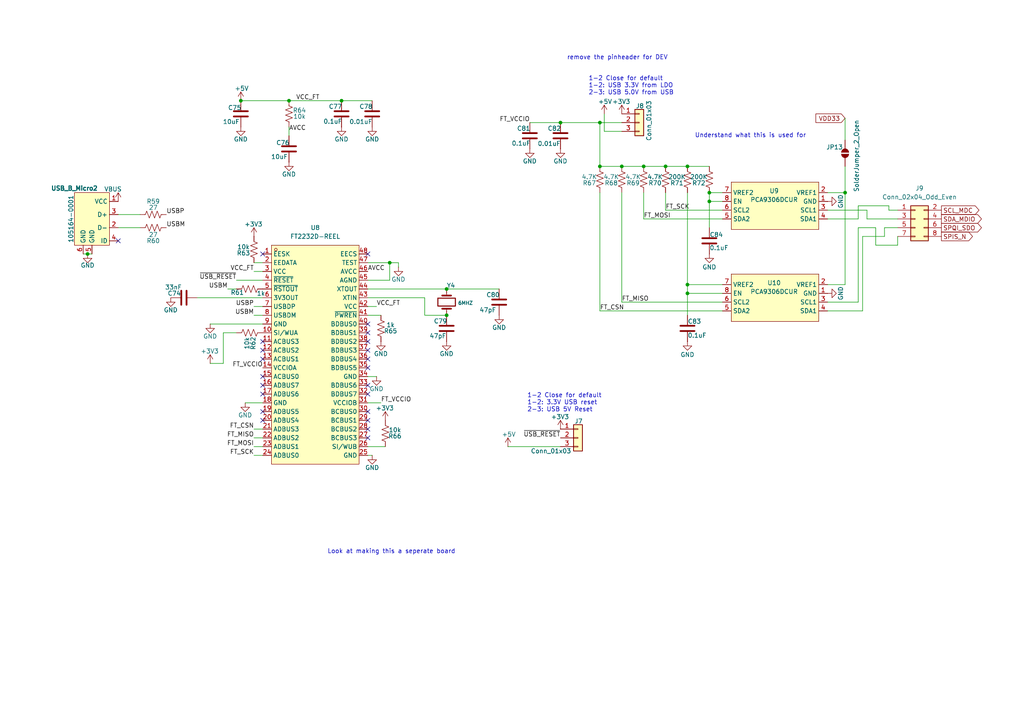
<source format=kicad_sch>
(kicad_sch (version 20250114) (generator "eeschema") (generator_version "9.0")
  (paper "A4")
  (title_block (date "2025-04-01") (rev "1") (company "Bronco Space") (comment 1 "SCALES") (comment 2 "By John Pollak"))
  (lib_symbols
    (symbol "Connector_Generic:Conn_01x03" (pin_names (offset 1.016) (hide yes))
      (property "Reference" "J" (at 0 5.08 0))
      (property "Value" "Conn_01x03" (at 0 -5.08 0))
      (symbol "Conn_01x03_1_1"
        (rectangle (start -1.27 3.81) (end 1.27 -3.81) (stroke (width 0.254)) (fill (type background)))
        (rectangle (start -1.27 2.667) (end 0 2.413) (stroke (width 0.1524)))
        (rectangle (start -1.27 0.127) (end 0 -0.127) (stroke (width 0.1524)))
        (rectangle (start -1.27 -2.413) (end 0 -2.667) (stroke (width 0.1524)))
        (pin passive line (at -5.08 2.54 0) (length 3.81) (name "Pin_1") (number "1"))
        (pin passive line (at -5.08 0 0) (length 3.81) (name "Pin_2") (number "2"))
        (pin passive line (at -5.08 -2.54 0) (length 3.81) (name "Pin_3") (number "3"))
      )
    )
    (symbol "Connector_Generic:Conn_02x04_Odd_Even" (pin_names (offset 1.016) (hide yes))
      (property "Reference" "J" (at 1.27 5.08 0))
      (property "Value" "Conn_02x04_Odd_Even" (at 1.27 -7.62 0))
      (symbol "Conn_02x04_Odd_Even_1_1"
        (rectangle (start -1.27 3.81) (end 3.81 -6.35) (stroke (width 0.254)) (fill (type background)))
        (rectangle (start -1.27 2.667) (end 0 2.413) (stroke (width 0.1524)))
        (rectangle (start -1.27 0.127) (end 0 -0.127) (stroke (width 0.1524)))
        (rectangle (start -1.27 -2.413) (end 0 -2.667) (stroke (width 0.1524)))
        (rectangle (start -1.27 -4.953) (end 0 -5.207) (stroke (width 0.1524)))
        (rectangle (start 3.81 2.667) (end 2.54 2.413) (stroke (width 0.1524)))
        (rectangle (start 3.81 0.127) (end 2.54 -0.127) (stroke (width 0.1524)))
        (rectangle (start 3.81 -2.413) (end 2.54 -2.667) (stroke (width 0.1524)))
        (rectangle (start 3.81 -4.953) (end 2.54 -5.207) (stroke (width 0.1524)))
        (pin passive line (at -5.08 2.54 0) (length 3.81) (name "Pin_1") (number "1"))
        (pin passive line (at -5.08 0 0) (length 3.81) (name "Pin_3") (number "3"))
        (pin passive line (at -5.08 -2.54 0) (length 3.81) (name "Pin_5") (number "5"))
        (pin passive line (at -5.08 -5.08 0) (length 3.81) (name "Pin_7") (number "7"))
        (pin passive line (at 7.62 2.54 180) (length 3.81) (name "Pin_2") (number "2"))
        (pin passive line (at 7.62 0 180) (length 3.81) (name "Pin_4") (number "4"))
        (pin passive line (at 7.62 -2.54 180) (length 3.81) (name "Pin_6") (number "6"))
        (pin passive line (at 7.62 -5.08 180) (length 3.81) (name "Pin_8") (number "8"))
      )
    )
    (symbol "Device:C" (pin_numbers (hide yes)) (pin_names (offset 0.254))
      (property "Reference" "C" (at 0.635 2.54 0))
      (property "Value" "C" (at 0.635 -2.54 0))
      (symbol "C_0_1"
        (polyline (pts (xy -2.032 0.762) (xy 2.032 0.762)) (stroke (width 0.508)))
        (polyline (pts (xy -2.032 -0.762) (xy 2.032 -0.762)) (stroke (width 0.508)))
      )
      (symbol "C_1_1"
        (pin passive line (at 0 3.81 270) (length 2.794) (name "~") (number "1"))
        (pin passive line (at 0 -3.81 90) (length 2.794) (name "~") (number "2"))
      )
    )
    (symbol "Device:Crystal" (pin_numbers (hide yes)) (pin_names (offset 1.016) (hide yes))
      (property "Reference" "Y" (at 0 3.81 0))
      (property "Value" "Crystal" (at 0 -3.81 0))
      (symbol "Crystal_0_1"
        (polyline (pts (xy -2.54 0) (xy -1.905 0)))
        (polyline (pts (xy -1.905 -1.27) (xy -1.905 1.27)) (stroke (width 0.508)))
        (rectangle (start -1.143 2.54) (end 1.143 -2.54) (stroke (width 0.3048)))
        (polyline (pts (xy 1.905 -1.27) (xy 1.905 1.27)) (stroke (width 0.508)))
        (polyline (pts (xy 2.54 0) (xy 1.905 0)))
      )
      (symbol "Crystal_1_1"
        (pin passive line (at -3.81 0 0) (length 1.27) (name "1") (number "1"))
        (pin passive line (at 3.81 0 180) (length 1.27) (name "2") (number "2"))
      )
    )
    (symbol "Device:R_US" (pin_numbers (hide yes)) (pin_names (offset 0))
      (property "Reference" "R" (at 2.54 0 90))
      (property "Value" "R_US" (at -2.54 0 90))
      (symbol "R_US_0_1"
        (polyline (pts (xy 0 2.286) (xy 0 2.54)))
        (polyline (pts (xy 0 2.286) (xy 1.016 1.905) (xy 0 1.524) (xy -1.016 1.143) (xy 0 0.762)))
        (polyline (pts (xy 0 0.762) (xy 1.016 0.381) (xy 0 0) (xy -1.016 -0.381) (xy 0 -0.762)))
        (polyline (pts (xy 0 -0.762) (xy 1.016 -1.143) (xy 0 -1.524) (xy -1.016 -1.905) (xy 0 -2.286)))
        (polyline (pts (xy 0 -2.286) (xy 0 -2.54)))
      )
      (symbol "R_US_1_1"
        (pin passive line (at 0 3.81 270) (length 1.27) (name "~") (number "1"))
        (pin passive line (at 0 -3.81 90) (length 1.27) (name "~") (number "2"))
      )
    )
    (symbol "PCA9306DCUR_1"
      (property "Reference" "U8" (at -0.254 4.318 0))
      (property "Value" "PCA9306DCUR" (at -0.254 1.778 0))
      (symbol "PCA9306DCUR_1_0_1"
        (rectangle (start -12.7 6.86) (end 12.7 -6.86) (fill (type background)))
        (pin unspecified line (at -15.24 3.81 0) (length 2.54) (name "VREF2") (number "7"))
        (pin unspecified line (at -15.24 1.27 0) (length 2.54) (name "EN") (number "8"))
        (pin unspecified line (at -15.24 -1.27 0) (length 2.54) (name "SCL2") (number "6"))
        (pin unspecified line (at -15.24 -3.81 0) (length 2.54) (name "SDA2") (number "5"))
        (pin unspecified line (at 15.24 3.81 180) (length 2.54) (name "VREF1") (number "2"))
        (pin unspecified line (at 15.24 1.27 180) (length 2.54) (name "GND") (number "1"))
        (pin unspecified line (at 15.24 -1.27 180) (length 2.54) (name "SCL1") (number "3"))
        (pin unspecified line (at 15.24 -3.81 180) (length 2.54) (name "SDA1") (number "4"))
      )
    )
    (symbol "SolderJumper_2_Open_1" (pin_numbers (hide yes)) (pin_names (offset 0) (hide yes)) (exclude_from_sim yes) (in_bom no)
      (property "Reference" "JP5" (at 0 -2.286 0))
      (property "Value" "SolderJumper_2_Open" (at 0.762 2.032 0))
      (symbol "SolderJumper_2_Open_1_0_1"
        (polyline (pts (xy -0.254 1.016) (xy -0.254 -1.016)))
        (arc (start -0.254 -1.016) (mid -1.2656 0) (end -0.254 1.016))
        (arc (start -0.254 -1.016) (mid -1.2656 0) (end -0.254 1.016) (fill (type outline)))
        (arc (start 0.254 1.016) (mid 1.2656 0) (end 0.254 -1.016))
        (arc (start 0.254 1.016) (mid 1.2656 0) (end 0.254 -1.016) (fill (type outline)))
        (polyline (pts (xy 0.254 1.016) (xy 0.254 -1.016)))
      )
      (symbol "SolderJumper_2_Open_1_1_1"
        (pin passive line (at -3.81 0 0) (length 2.54) (name "A") (number "1"))
        (pin passive line (at 3.81 0 180) (length 2.54) (name "B") (number "2"))
      )
    )
    (symbol "easyeda2kicad:105164-0001"
      (property "Reference" "USB_B_Micro" (at -3.048 11.176 0))
      (property "Value" "105164-0001" (at -8.636 2.54 90))
      (symbol "105164-0001_0_1"
        (rectangle (start -7.62 10.16) (end 2.54 -5.08) (fill (type background)))
        (pin unspecified line (at -5.08 -7.62 90) (length 2.54) (name "GND") (number "6"))
        (pin unspecified line (at -2.54 -7.62 90) (length 2.54) (name "GND") (number "5"))
        (pin unspecified line (at 5.08 3.81 180) (length 2.54) (name "D+") (number "3"))
        (pin unspecified line (at 5.08 0 180) (length 2.54) (name "D-") (number "2"))
        (pin unspecified line (at 5.08 -3.81 180) (length 2.54) (name "ID") (number "4"))
      )
      (symbol "105164-0001_1_1"
        (pin unspecified line (at 5.08 7.62 180) (length 2.54) (name "VCC") (number "1"))
      )
    )
    (symbol "easyeda2kicad:FT2232D-REEL"
      (property "Reference" "U" (at 0 34.29 0))
      (property "Value" "FT2232D-REEL" (at 0 -34.29 0))
      (symbol "FT2232D-REEL_0_1"
        (rectangle (start -12.7 31.75) (end 12.7 -31.75) (fill (type background)))
        (circle (center -11.43 30.48) (radius 0.38))
        (pin unspecified line (at -15.24 29.21 0) (length 2.54) (name "EESK") (number "1"))
        (pin unspecified line (at -15.24 26.67 0) (length 2.54) (name "EEDATA") (number "2"))
        (pin unspecified line (at -15.24 24.13 0) (length 2.54) (name "VCC") (number "3"))
        (pin unspecified line (at -15.24 21.59 0) (length 2.54) (name "~{RESET}") (number "4"))
        (pin unspecified line (at -15.24 19.05 0) (length 2.54) (name "~{RSTOUT}") (number "5"))
        (pin unspecified line (at -15.24 16.51 0) (length 2.54) (name "3V3OUT") (number "6"))
        (pin unspecified line (at -15.24 13.97 0) (length 2.54) (name "USBDP") (number "7"))
        (pin unspecified line (at -15.24 11.43 0) (length 2.54) (name "USBDM") (number "8"))
        (pin unspecified line (at -15.24 8.89 0) (length 2.54) (name "GND") (number "9"))
        (pin unspecified line (at -15.24 6.35 0) (length 2.54) (name "SI/WUA") (number "10"))
        (pin unspecified line (at -15.24 3.81 0) (length 2.54) (name "ACBUS3") (number "11"))
        (pin unspecified line (at -15.24 1.27 0) (length 2.54) (name "ACBUS2") (number "12"))
        (pin unspecified line (at -15.24 -1.27 0) (length 2.54) (name "ACBUS1") (number "13"))
        (pin unspecified line (at -15.24 -3.81 0) (length 2.54) (name "VCCIOA") (number "14"))
        (pin unspecified line (at -15.24 -6.35 0) (length 2.54) (name "ACBUS0") (number "15"))
        (pin unspecified line (at -15.24 -8.89 0) (length 2.54) (name "ADBUS7") (number "16"))
        (pin unspecified line (at -15.24 -11.43 0) (length 2.54) (name "ADBUS6") (number "17"))
        (pin unspecified line (at -15.24 -13.97 0) (length 2.54) (name "GND") (number "18"))
        (pin unspecified line (at -15.24 -16.51 0) (length 2.54) (name "ADBUS5") (number "19"))
        (pin unspecified line (at -15.24 -19.05 0) (length 2.54) (name "ADBUS4") (number "20"))
        (pin unspecified line (at -15.24 -21.59 0) (length 2.54) (name "ADBUS3") (number "21"))
        (pin unspecified line (at -15.24 -24.13 0) (length 2.54) (name "ADBUS2") (number "22"))
        (pin unspecified line (at -15.24 -26.67 0) (length 2.54) (name "ADBUS1") (number "23"))
        (pin unspecified line (at -15.24 -29.21 0) (length 2.54) (name "ADBUS0") (number "24"))
        (pin unspecified line (at 15.24 29.21 180) (length 2.54) (name "EECS") (number "48"))
        (pin unspecified line (at 15.24 26.67 180) (length 2.54) (name "TEST") (number "47"))
        (pin unspecified line (at 15.24 24.13 180) (length 2.54) (name "AVCC") (number "46"))
        (pin unspecified line (at 15.24 21.59 180) (length 2.54) (name "AGND") (number "45"))
        (pin unspecified line (at 15.24 19.05 180) (length 2.54) (name "XTOUT") (number "44"))
        (pin unspecified line (at 15.24 16.51 180) (length 2.54) (name "XTIN") (number "43"))
        (pin unspecified line (at 15.24 13.97 180) (length 2.54) (name "VCC") (number "42"))
        (pin unspecified line (at 15.24 11.43 180) (length 2.54) (name "~{PWREN}") (number "41"))
        (pin unspecified line (at 15.24 8.89 180) (length 2.54) (name "BDBUS0") (number "40"))
        (pin unspecified line (at 15.24 6.35 180) (length 2.54) (name "BDBUS1") (number "39"))
        (pin unspecified line (at 15.24 3.81 180) (length 2.54) (name "BDBUS2") (number "38"))
        (pin unspecified line (at 15.24 1.27 180) (length 2.54) (name "BDBUS3") (number "37"))
        (pin unspecified line (at 15.24 -1.27 180) (length 2.54) (name "BDBUS4") (number "36"))
        (pin unspecified line (at 15.24 -3.81 180) (length 2.54) (name "BDBUS5") (number "35"))
        (pin unspecified line (at 15.24 -6.35 180) (length 2.54) (name "GND") (number "34"))
        (pin unspecified line (at 15.24 -8.89 180) (length 2.54) (name "BDBUS6") (number "33"))
        (pin unspecified line (at 15.24 -11.43 180) (length 2.54) (name "BDBUS7") (number "32"))
        (pin unspecified line (at 15.24 -13.97 180) (length 2.54) (name "VCCIOB") (number "31"))
        (pin unspecified line (at 15.24 -16.51 180) (length 2.54) (name "BCBUS0") (number "30"))
        (pin unspecified line (at 15.24 -19.05 180) (length 2.54) (name "BCBUS1") (number "29"))
        (pin unspecified line (at 15.24 -21.59 180) (length 2.54) (name "BCBUS2") (number "28"))
        (pin unspecified line (at 15.24 -24.13 180) (length 2.54) (name "BCBUS3") (number "27"))
        (pin unspecified line (at 15.24 -26.67 180) (length 2.54) (name "SI/WUB") (number "26"))
        (pin unspecified line (at 15.24 -29.21 180) (length 2.54) (name "GND") (number "25"))
      )
    )
    (symbol "power:+3V3" (power) (pin_numbers (hide yes)) (pin_names (offset 0) (hide yes))
      (property "Value" "+3V3" (at 0 3.556 0))
      (symbol "+3V3_0_1"
        (polyline (pts (xy -0.762 1.27) (xy 0 2.54)))
        (polyline (pts (xy 0 2.54) (xy 0.762 1.27)))
        (polyline (pts (xy 0 0) (xy 0 2.54)))
      )
      (symbol "+3V3_1_1"
        (pin power_in line (at 0 0 90) (length 0) (name "~") (number "1"))
      )
    )
    (symbol "power:+5V" (power) (pin_numbers (hide yes)) (pin_names (offset 0) (hide yes))
      (property "Value" "+5V" (at 0 3.556 0))
      (symbol "+5V_0_1"
        (polyline (pts (xy -0.762 1.27) (xy 0 2.54)))
        (polyline (pts (xy 0 2.54) (xy 0.762 1.27)))
        (polyline (pts (xy 0 0) (xy 0 2.54)))
      )
      (symbol "+5V_1_1"
        (pin power_in line (at 0 0 90) (length 0) (name "~") (number "1"))
      )
    )
    (symbol "power:GND" (power) (pin_numbers (hide yes)) (pin_names (offset 0) (hide yes))
      (property "Value" "GND" (at 0 -3.81 0))
      (symbol "GND_0_1"
        (polyline (pts (xy 0 0) (xy 0 -1.27) (xy 1.27 -1.27) (xy 0 -2.54) (xy -1.27 -1.27) (xy 0 -1.27)))
      )
      (symbol "GND_1_1"
        (pin power_in line (at 0 0 270) (length 0) (name "~") (number "1"))
      )
    )
    (symbol "power:VPP" (power) (pin_numbers (hide yes)) (pin_names (offset 0) (hide yes))
      (property "Value" "VPP" (at 0 3.556 0))
      (symbol "VPP_0_1"
        (polyline (pts (xy -0.762 1.27) (xy 0 2.54)))
        (polyline (pts (xy 0 2.54) (xy 0.762 1.27)))
        (polyline (pts (xy 0 0) (xy 0 2.54)))
      )
      (symbol "VPP_1_1"
        (pin power_in line (at 0 0 90) (length 0) (name "~") (number "1"))
      )
    )
  )
  (text "Look at making this a seperate board" (at 113.538 160.02 0) (effects (font (size 1.27 1.27))))
  (text "1-2 Close for default\n1-2: USB 3.3V from LDO\n2-3: USB 5.0V from USB\n" (at 170.688 24.892 0) (effects (font (size 1.27 1.27)) (justify left)))
  (text "Understand what this is used for" (at 217.678 39.37 0) (effects (font (size 1.27 1.27))))
  (text "remove the pinheader for DEV" (at 179.07 16.764 0) (effects (font (size 1.27 1.27))))
  (text "1-2 Close for default\n1-2: 3.3V USB reset\n2-3: USB 5V Reset\n\n" (at 152.908 117.856 0) (effects (font (size 1.27 1.27)) (justify left)))
  (junction (at 205.74 55.88))
  (junction (at 193.04 48.26))
  (junction (at 25.4 73.66))
  (junction (at 199.39 82.55))
  (junction (at 199.39 85.09))
  (junction (at 173.99 35.56))
  (junction (at 199.39 48.26))
  (junction (at 69.85 29.21))
  (junction (at 205.74 58.42))
  (junction (at 129.54 91.44))
  (junction (at 83.82 29.21))
  (junction (at 99.06 29.21))
  (junction (at 113.03 76.2))
  (junction (at 162.56 35.56))
  (junction (at 180.34 48.26))
  (junction (at 173.99 48.26))
  (junction (at 186.69 48.26))
  (junction (at 245.11 55.88))
  (junction (at 129.54 83.82))
  (no_connect (at 76.2 104.14))
  (no_connect (at 106.68 93.98))
  (no_connect (at 76.2 121.92))
  (no_connect (at 106.68 121.92))
  (no_connect (at 106.68 127))
  (no_connect (at 106.68 119.38))
  (no_connect (at 106.68 104.14))
  (no_connect (at 106.68 124.46))
  (no_connect (at 106.68 73.66))
  (no_connect (at 106.68 106.68))
  (no_connect (at 76.2 114.3))
  (no_connect (at 76.2 109.22))
  (no_connect (at 76.2 101.6))
  (no_connect (at 106.68 99.06))
  (no_connect (at 76.2 99.06))
  (no_connect (at 34.29 69.85))
  (no_connect (at 106.68 111.76))
  (no_connect (at 106.68 101.6))
  (no_connect (at 106.68 114.3))
  (no_connect (at 76.2 73.66))
  (no_connect (at 76.2 111.76))
  (no_connect (at 106.68 96.52))
  (no_connect (at 76.2 119.38))
  (wire (pts (xy 69.85 29.21) (xy 83.82 29.21)))
  (wire (pts (xy 73.66 91.44) (xy 76.2 91.44)))
  (wire (pts (xy 66.04 83.82) (xy 68.58 83.82)))
  (wire (pts (xy 245.11 34.29) (xy 245.11 40.64)))
  (wire (pts (xy 106.68 83.82) (xy 129.54 83.82)))
  (wire (pts (xy 254 71.12) (xy 260.35 71.12)))
  (wire (pts (xy 106.68 76.2) (xy 113.03 76.2)))
  (wire (pts (xy 260.35 71.12) (xy 260.35 68.58)))
  (wire (pts (xy 250.19 68.58) (xy 256.54 68.58)))
  (wire (pts (xy 209.55 58.42) (xy 205.74 58.42)))
  (wire (pts (xy 60.96 93.98) (xy 76.2 93.98)))
  (wire (pts (xy 106.68 91.44) (xy 110.49 91.44)))
  (wire (pts (xy 248.92 59.69) (xy 257.81 59.69)))
  (wire (pts (xy 199.39 85.09) (xy 209.55 85.09)))
  (wire (pts (xy 173.99 35.56) (xy 173.99 48.26)))
  (wire (pts (xy 73.66 129.54) (xy 76.2 129.54)))
  (wire (pts (xy 245.11 48.26) (xy 245.11 55.88)))
  (wire (pts (xy 34.29 62.23) (xy 40.64 62.23)))
  (wire (pts (xy 251.46 60.96) (xy 251.46 63.5)))
  (wire (pts (xy 260.35 66.04) (xy 256.54 66.04)))
  (wire (pts (xy 173.99 35.56) (xy 180.34 35.56)))
  (wire (pts (xy 147.32 129.54) (xy 162.56 129.54)))
  (wire (pts (xy 199.39 85.09) (xy 199.39 91.44)))
  (wire (pts (xy 173.99 90.17) (xy 209.55 90.17)))
  (wire (pts (xy 73.66 132.08) (xy 76.2 132.08)))
  (wire (pts (xy 248.92 63.5) (xy 248.92 59.69)))
  (wire (pts (xy 205.74 58.42) (xy 205.74 55.88)))
  (wire (pts (xy 24.13 73.66) (xy 25.4 73.66)))
  (wire (pts (xy 73.66 124.46) (xy 76.2 124.46)))
  (wire (pts (xy 240.03 63.5) (xy 248.92 63.5)))
  (wire (pts (xy 106.68 81.28) (xy 113.03 81.28)))
  (wire (pts (xy 153.67 35.56) (xy 162.56 35.56)))
  (wire (pts (xy 162.56 35.56) (xy 173.99 35.56)))
  (wire (pts (xy 193.04 60.96) (xy 193.04 55.88)))
  (wire (pts (xy 257.81 59.69) (xy 257.81 60.96)))
  (wire (pts (xy 248.92 66.04) (xy 254 66.04)))
  (wire (pts (xy 199.39 82.55) (xy 199.39 85.09)))
  (wire (pts (xy 199.39 48.26) (xy 193.04 48.26)))
  (wire (pts (xy 106.68 109.22) (xy 109.22 109.22)))
  (wire (pts (xy 25.4 73.66) (xy 26.67 73.66)))
  (wire (pts (xy 106.68 86.36) (xy 123.19 86.36)))
  (wire (pts (xy 107.95 132.08) (xy 106.68 132.08)))
  (wire (pts (xy 106.68 129.54) (xy 111.76 129.54)))
  (wire (pts (xy 240.03 60.96) (xy 251.46 60.96)))
  (wire (pts (xy 248.92 87.63) (xy 240.03 87.63)))
  (wire (pts (xy 109.22 88.9) (xy 106.68 88.9)))
  (wire (pts (xy 186.69 48.26) (xy 180.34 48.26)))
  (wire (pts (xy 73.66 78.74) (xy 76.2 78.74)))
  (wire (pts (xy 245.11 55.88) (xy 245.11 82.55)))
  (wire (pts (xy 115.57 76.2) (xy 115.57 77.47)))
  (wire (pts (xy 209.55 60.96) (xy 193.04 60.96)))
  (wire (pts (xy 175.26 38.1) (xy 180.34 38.1)))
  (wire (pts (xy 34.29 66.04) (xy 40.64 66.04)))
  (wire (pts (xy 99.06 29.21) (xy 107.95 29.21)))
  (wire (pts (xy 240.03 55.88) (xy 245.11 55.88)))
  (wire (pts (xy 251.46 63.5) (xy 260.35 63.5)))
  (wire (pts (xy 73.66 88.9) (xy 76.2 88.9)))
  (wire (pts (xy 113.03 81.28) (xy 113.03 76.2)))
  (wire (pts (xy 180.34 55.88) (xy 180.34 87.63)))
  (wire (pts (xy 209.55 63.5) (xy 186.69 63.5)))
  (wire (pts (xy 129.54 83.82) (xy 144.78 83.82)))
  (wire (pts (xy 180.34 87.63) (xy 209.55 87.63)))
  (wire (pts (xy 175.26 33.02) (xy 175.26 38.1)))
  (wire (pts (xy 113.03 76.2) (xy 115.57 76.2)))
  (wire (pts (xy 83.82 29.21) (xy 99.06 29.21)))
  (wire (pts (xy 250.19 90.17) (xy 240.03 90.17)))
  (wire (pts (xy 110.49 116.84) (xy 106.68 116.84)))
  (wire (pts (xy 83.82 39.37) (xy 83.82 36.83)))
  (wire (pts (xy 205.74 66.04) (xy 205.74 58.42)))
  (wire (pts (xy 193.04 48.26) (xy 186.69 48.26)))
  (wire (pts (xy 199.39 82.55) (xy 209.55 82.55)))
  (wire (pts (xy 73.66 127) (xy 76.2 127)))
  (wire (pts (xy 256.54 66.04) (xy 256.54 68.58)))
  (wire (pts (xy 57.15 86.36) (xy 76.2 86.36)))
  (wire (pts (xy 64.77 105.41) (xy 60.96 105.41)))
  (wire (pts (xy 71.12 116.84) (xy 76.2 116.84)))
  (wire (pts (xy 173.99 55.88) (xy 173.99 90.17)))
  (wire (pts (xy 123.19 91.44) (xy 129.54 91.44)))
  (wire (pts (xy 68.58 96.52) (xy 64.77 96.52)))
  (wire (pts (xy 199.39 48.26) (xy 205.74 48.26)))
  (wire (pts (xy 123.19 86.36) (xy 123.19 91.44)))
  (wire (pts (xy 250.19 68.58) (xy 250.19 90.17)))
  (wire (pts (xy 68.58 81.28) (xy 76.2 81.28)))
  (wire (pts (xy 240.03 82.55) (xy 245.11 82.55)))
  (wire (pts (xy 180.34 48.26) (xy 173.99 48.26)))
  (wire (pts (xy 257.81 60.96) (xy 260.35 60.96)))
  (wire (pts (xy 254 66.04) (xy 254 71.12)))
  (wire (pts (xy 73.66 76.2) (xy 76.2 76.2)))
  (wire (pts (xy 199.39 55.88) (xy 199.39 82.55)))
  (wire (pts (xy 64.77 96.52) (xy 64.77 105.41)))
  (wire (pts (xy 209.55 55.88) (xy 205.74 55.88)))
  (wire (pts (xy 248.92 66.04) (xy 248.92 87.63)))
  (wire (pts (xy 186.69 63.5) (xy 186.69 55.88)))
  (label "FT_SCK" (at 73.66 132.08 180))
  (label "FT_SCK" (at 193.04 60.96 0))
  (label "FT_MOSI" (at 186.69 63.5 0))
  (label "FT_CSN" (at 73.66 124.46 180))
  (label "FT_VCCIO" (at 110.49 116.84 0))
  (label "VCC_FT" (at 73.66 78.74 180))
  (label "FT_CSN" (at 173.99 90.17 0))
  (label "FT_MISO" (at 180.34 87.63 0))
  (label "VCC_FT" (at 92.71 29.21 180))
  (label "VCC_FT" (at 109.22 88.9 0))
  (label "FT_VCCIO" (at 76.2 106.68 180))
  (label "~{USB_RESET}" (at 68.58 81.28 180))
  (label "USBM" (at 66.04 83.82 180))
  (label "~{USB_RESET}" (at 162.56 127 180))
  (label "USBP" (at 48.26 62.23 0))
  (label "USBM" (at 48.26 66.04 0))
  (label "USBP" (at 73.66 88.9 180))
  (label "FT_VCCIO" (at 153.67 35.56 180))
  (label "AVCC" (at 106.68 78.74 0))
  (label "FT_MISO" (at 73.66 127 180))
  (label "USBM" (at 73.66 91.44 180))
  (label "AVCC" (at 83.82 38.1 0))
  (label "FT_MOSI" (at 73.66 129.54 180))
  (global_label "SCL_MDC" (shape output) (at 273.05 60.96 0) (property "Intersheetrefs" "${INTERSHEET_REFS}" (effects (hide yes))))
  (global_label "VDD33" (shape input) (at 245.11 34.29 180) (property "Intersheetrefs" "${INTERSHEET_REFS}" (effects (hide yes))))
  (global_label "SPQI_SDO" (shape output) (at 273.05 66.04 0) (property "Intersheetrefs" "${INTERSHEET_REFS}" (effects (hide yes))))
  (global_label "SDA_MDIO" (shape output) (at 273.05 63.5 0) (property "Intersheetrefs" "${INTERSHEET_REFS}" (effects (hide yes))))
  (global_label "SPIS_N" (shape output) (at 273.05 68.58 0) (property "Intersheetrefs" "${INTERSHEET_REFS}" (effects (hide yes))))
  (symbol (lib_id "power:GND") (at 69.85 36.83 0) (unit 1)
    (property "Reference" "#PWR0129" (effects (hide yes)))
    (property "Value" "GND" (at 71.882 40.386 0) (effects (justify right)))
    (property "Description" "Power symbol creates a global label with name \"GND\" , ground" (effects (hide yes)))
  )
  (symbol (lib_id "Device:R_US") (at 44.45 62.23 90) (unit 1)
    (property "Reference" "R59" (at 44.45 58.42 90))
    (property "Value" "27" (at 44.45 60.198 90))
    (property "Footprint" "Resistor_SMD:R_0603_1608Metric" (effects (hide yes)))
    (property "Description" "Resistor, US symbol" (effects (hide yes)))
  )
  (symbol (lib_id "Device:R_US") (at 205.74 52.07 0) (unit 1)
    (property "Reference" "R72" (at 202.692 53.086 0))
    (property "Value" "200K" (at 202.692 51.308 0))
    (property "Footprint" "Resistor_SMD:R_0603_1608Metric" (effects (hide yes)))
    (property "Description" "Resistor, US symbol" (effects (hide yes)))
  )
  (symbol (lib_id "Device:C") (at 205.74 69.85 180) (unit 1)
    (property "Reference" "C84" (at 207.772 68.072 0))
    (property "Value" "0.1uF" (at 208.534 71.882 0))
    (property "Footprint" "Capacitor_SMD:C_0402_1005Metric" (effects (hide yes)))
    (property "Description" "Unpolarized capacitor" (effects (hide yes)))
  )
  (symbol (lib_id "power:GND") (at 60.96 93.98 0) (unit 1)
    (property "Reference" "#PWR0126" (effects (hide yes)))
    (property "Value" "GND" (at 62.992 97.536 0) (effects (justify right)))
    (property "Description" "Power symbol creates a global label with name \"GND\" , ground" (effects (hide yes)))
  )
  (symbol (lib_id "power:GND") (at 153.67 43.18 0) (unit 1)
    (property "Reference" "#PWR0143" (effects (hide yes)))
    (property "Value" "GND" (at 155.702 46.736 0) (effects (justify right)))
    (property "Description" "Power symbol creates a global label with name \"GND\" , ground" (effects (hide yes)))
  )
  (symbol (lib_id "Device:Crystal") (at 129.54 87.63 90) (unit 1)
    (property "Reference" "Y4" (at 129.54 82.804 90) (effects (justify right)))
    (property "Value" "6MHZ" (at 132.842 87.884 90) (effects (font (size 1.016 1.016)) (justify right)))
    (property "Footprint" "Crystal:Crystal_SMD_2012-2Pin_2.0x1.2mm" (effects (hide yes)))
    (property "Description" "Two pin crystal" (effects (hide yes)))
  )
  (symbol (lib_id "power:+3V3") (at 162.56 124.46 0) (unit 1)
    (property "Reference" "#PWR0145" (effects (hide yes)))
    (property "Value" "+3V3" (at 159.766 120.904 0) (effects (justify left)))
    (property "Description" "Power symbol creates a global label with name \"+3V3\"" (effects (hide yes)))
  )
  (symbol (lib_id "Device:C") (at 69.85 33.02 0) (unit 1)
    (property "Reference" "C75" (at 68.072 31.242 0))
    (property "Value" "10uF" (at 67.056 35.306 0))
    (property "Footprint" "Capacitor_SMD:C_0402_1005Metric" (effects (hide yes)))
    (property "Description" "Unpolarized capacitor" (effects (hide yes)))
  )
  (symbol (lib_id "Device:C") (at 199.39 95.25 180) (unit 1)
    (property "Reference" "C83" (at 201.422 93.218 0))
    (property "Value" "0.1uF" (at 202.184 97.282 0))
    (property "Footprint" "Capacitor_SMD:C_0402_1005Metric" (effects (hide yes)))
    (property "Description" "Unpolarized capacitor" (effects (hide yes)))
  )
  (symbol (lib_id "Device:C") (at 107.95 33.02 180) (unit 1)
    (property "Reference" "C78" (at 106.1658 30.9041 0))
    (property "Value" "0.01uF" (at 104.648 35.306 0))
    (property "Footprint" "Capacitor_SMD:C_0402_1005Metric" (effects (hide yes)))
    (property "Description" "Unpolarized capacitor" (effects (hide yes)))
  )
  (symbol (lib_id "power:+3V3") (at 180.34 33.02 0) (unit 1)
    (property "Reference" "#PWR0147" (effects (hide yes)))
    (property "Value" "+3V3" (at 177.546 29.464 0) (effects (justify left)))
    (property "Description" "Power symbol creates a global label with name \"+3V3\"" (effects (hide yes)))
  )
  (symbol (lib_id "power:GND") (at 25.4 73.66 0) (unit 1)
    (property "Reference" "#PWR0123" (effects (hide yes)))
    (property "Value" "GND" (at 25.4 76.962 0))
    (property "Description" "Power symbol creates a global label with name \"GND\" , ground" (effects (hide yes)))
  )
  (symbol (lib_id "power:GND") (at 240.03 85.09 90) (unit 1)
    (property "Reference" "#PWR0151" (effects (hide yes)))
    (property "Value" "GND" (at 243.84 85.09 0))
    (property "Description" "Power symbol creates a global label with name \"GND\" , ground" (effects (hide yes)))
  )
  (symbol (lib_id "Device:C") (at 99.06 33.02 180) (unit 1)
    (property "Reference" "C77" (at 97.2758 30.9041 0))
    (property "Value" "0.1uF" (at 96.5138 35.2221 0))
    (property "Footprint" "Capacitor_SMD:C_0402_1005Metric" (effects (hide yes)))
    (property "Description" "Unpolarized capacitor" (effects (hide yes)))
  )
  (symbol (lib_id "power:+5V") (at 147.32 129.54 0) (unit 1)
    (property "Reference" "#PWR0142" (effects (hide yes)))
    (property "Value" "+5V" (at 147.574 125.984 0))
    (property "Description" "Power symbol creates a global label with name \"+5V\"" (effects (hide yes)))
  )
  (symbol (lib_id "Device:R_US") (at 110.49 95.25 0) (unit 1)
    (property "Reference" "R65" (at 113.284 96.012 0))
    (property "Value" "1k" (at 113.284 94.234 0))
    (property "Footprint" "Resistor_SMD:R_0603_1608Metric" (effects (hide yes)))
    (property "Description" "Resistor, US symbol" (effects (hide yes)))
  )
  (symbol (lib_id "Device:R_US") (at 180.34 52.07 0) (unit 1)
    (property "Reference" "R68" (at 177.292 53.086 0))
    (property "Value" "4.7K" (at 177.292 51.308 0))
    (property "Footprint" "Resistor_SMD:R_0603_1608Metric" (effects (hide yes)))
    (property "Description" "Resistor, US symbol" (effects (hide yes)))
  )
  (symbol (lib_id "Device:R_US") (at 72.39 96.52 90) (unit 1)
    (property "Reference" "R62" (at 73.406 99.568 0))
    (property "Value" "10k" (at 71.628 99.568 0))
    (property "Footprint" "Resistor_SMD:R_0603_1608Metric" (effects (hide yes)))
    (property "Description" "Resistor, US symbol" (effects (hide yes)))
  )
  (symbol (lib_id "Device:R_US") (at 111.76 125.73 0) (unit 1)
    (property "Reference" "R66" (at 114.554 126.492 0))
    (property "Value" "10k" (at 114.554 124.714 0))
    (property "Footprint" "Resistor_SMD:R_0603_1608Metric" (effects (hide yes)))
    (property "Description" "Resistor, US symbol" (effects (hide yes)))
  )
  (symbol (lib_id "power:GND") (at 71.12 116.84 0) (unit 1)
    (property "Reference" "#PWR0130" (effects (hide yes)))
    (property "Value" "GND" (at 73.152 120.396 0) (effects (justify right)))
    (property "Description" "Power symbol creates a global label with name \"GND\" , ground" (effects (hide yes)))
  )
  (symbol (lib_id "power:+3V3") (at 111.76 121.92 0) (unit 1)
    (property "Reference" "#PWR0138" (effects (hide yes)))
    (property "Value" "+3V3" (at 108.966 118.364 0) (effects (justify left)))
    (property "Description" "Power symbol creates a global label with name \"+3V3\"" (effects (hide yes)))
  )
  (symbol (lib_id "Connector_Generic:Conn_01x03") (at 167.64 127 0) (unit 1)
    (property "Reference" "J7" (at 166.624 122.174 0) (effects (justify left)))
    (property "Value" "Conn_01x03" (at 153.924 130.81 0) (effects (justify left)))
    (property "Footprint" "Connector_Molex:Molex_KK-396_A-41791-0003_1x03_P3.96mm_Vertical" (effects (hide yes)))
    (property "Description" "Generic connector, single row, 01x03, script generated (kicad-library-utils/schlib/autogen/connector/)" (effects (hide yes)))
  )
  (symbol (lib_id "Device:R_US") (at 186.69 52.07 0) (unit 1)
    (property "Reference" "R69" (at 183.642 53.086 0))
    (property "Value" "4.7K" (at 183.642 51.308 0))
    (property "Footprint" "Resistor_SMD:R_0603_1608Metric" (effects (hide yes)))
    (property "Description" "Resistor, US symbol" (effects (hide yes)))
  )
  (symbol (lib_id "power:GND") (at 107.95 132.08 0) (unit 1)
    (property "Reference" "#PWR0135" (effects (hide yes)))
    (property "Value" "GND" (at 109.982 135.636 0) (effects (justify right)))
    (property "Description" "Power symbol creates a global label with name \"GND\" , ground" (effects (hide yes)))
  )
  (symbol (lib_id "power:+3V3") (at 60.96 105.41 0) (unit 1)
    (property "Reference" "#PWR0127" (effects (hide yes)))
    (property "Value" "+3V3" (at 58.166 101.854 0) (effects (justify left)))
    (property "Description" "Power symbol creates a global label with name \"+3V3\"" (effects (hide yes)))
  )
  (symbol (lib_id "power:GND") (at 109.22 109.22 0) (unit 1)
    (property "Reference" "#PWR0136" (effects (hide yes)))
    (property "Value" "GND" (at 111.252 112.776 0) (effects (justify right)))
    (property "Description" "Power symbol creates a global label with name \"GND\" , ground" (effects (hide yes)))
  )
  (symbol (lib_id "easyeda2kicad:105164-0001") (at 29.21 66.04 0) (unit 1)
    (property "Reference" "USB_B_Micro2" (at 21.59 54.61 0) (effects (font (thickness 0.254) (bold yes))))
    (property "Value" "105164-0001" (at 20.574 63.5 90))
    (property "Footprint" "easyeda2kicad:MICRO-USB-SMD_5P-P0.65-H-F_105164-0001" (effects (hide yes)))
    (property "Datasheet" "https://lcsc.com/product-detail/Others_MOLEX_105164-0001_MOLEX-105164-0001_C234179.html" (effects (hide yes)))
    (property "LCSC Part" "C234179" (effects (hide yes)))
  )
  (symbol (lib_id "Device:C") (at 162.56 39.37 180) (unit 1)
    (property "Reference" "C82" (at 160.7758 37.2541 0))
    (property "Value" "0.01uF" (at 159.258 41.656 0))
    (property "Footprint" "Capacitor_SMD:C_0402_1005Metric" (effects (hide yes)))
    (property "Description" "Unpolarized capacitor" (effects (hide yes)))
  )
  (symbol (lib_id "power:VPP") (at 34.29 58.42 0) (unit 1)
    (property "Reference" "#PWR0124" (effects (hide yes)))
    (property "Value" "VBUS" (at 32.766 54.864 0))
    (property "Description" "Power symbol creates a global label with name \"VPP\"" (effects (hide yes)))
  )
  (symbol (lib_name "PCA9306DCUR_1") (lib_id "easyeda2kicad:PCA9306DCUR") (at 224.79 86.36 0) (unit 1)
    (property "Reference" "U10" (at 224.536 82.042 0))
    (property "Value" "PCA9306DCUR" (at 224.536 84.582 0))
    (property "Footprint" "easyeda2kicad:SSOP-8_L2.0-W2.3-P0.50-LS3.1-BR" (effects (hide yes)))
    (property "Datasheet" "https://lcsc.com/product-detail/Interface-ICs_TI_PCA9306DCUR_PCA9306DCUR_C33196.html" (effects (hide yes)))
    (property "LCSC Part" "C33196" (effects (hide yes)))
  )
  (symbol (lib_id "power:GND") (at 110.49 99.06 0) (unit 1)
    (property "Reference" "#PWR0137" (effects (hide yes)))
    (property "Value" "GND" (at 112.522 102.616 0) (effects (justify right)))
    (property "Description" "Power symbol creates a global label with name \"GND\" , ground" (effects (hide yes)))
  )
  (symbol (lib_id "Device:R_US") (at 72.39 83.82 90) (unit 1)
    (property "Reference" "R61" (at 68.834 84.836 90))
    (property "Value" "1k" (at 75.692 85.09 90))
    (property "Footprint" "Resistor_SMD:R_0603_1608Metric" (effects (hide yes)))
    (property "Description" "Resistor, US symbol" (effects (hide yes)))
  )
  (symbol (lib_id "power:GND") (at 240.03 58.42 90) (unit 1)
    (property "Reference" "#PWR0150" (effects (hide yes)))
    (property "Value" "GND" (at 243.84 58.42 0))
    (property "Description" "Power symbol creates a global label with name \"GND\" , ground" (effects (hide yes)))
  )
  (symbol (lib_id "power:GND") (at 144.78 91.44 0) (unit 1)
    (property "Reference" "#PWR0141" (effects (hide yes)))
    (property "Value" "GND" (at 146.812 94.996 0) (effects (justify right)))
    (property "Description" "Power symbol creates a global label with name \"GND\" , ground" (effects (hide yes)))
  )
  (symbol (lib_id "power:GND") (at 199.39 99.06 0) (unit 1)
    (property "Reference" "#PWR0148" (effects (hide yes)))
    (property "Value" "GND" (at 199.39 102.87 0))
    (property "Description" "Power symbol creates a global label with name \"GND\" , ground" (effects (hide yes)))
  )
  (symbol (lib_id "Device:C") (at 144.78 87.63 180) (unit 1)
    (property "Reference" "C80" (at 142.9958 85.5141 0))
    (property "Value" "47pF" (at 141.478 89.916 0))
    (property "Footprint" "Capacitor_SMD:C_0402_1005Metric" (effects (hide yes)))
    (property "Description" "Unpolarized capacitor" (effects (hide yes)))
  )
  (symbol (lib_id "Device:R_US") (at 73.66 72.39 0) (unit 1)
    (property "Reference" "R63" (at 70.612 73.406 0))
    (property "Value" "10k" (at 70.612 71.628 0))
    (property "Footprint" "Resistor_SMD:R_0603_1608Metric" (effects (hide yes)))
    (property "Description" "Resistor, US symbol" (effects (hide yes)))
  )
  (symbol (lib_id "power:GND") (at 99.06 36.83 0) (unit 1)
    (property "Reference" "#PWR0133" (effects (hide yes)))
    (property "Value" "GND" (at 101.092 40.386 0) (effects (justify right)))
    (property "Description" "Power symbol creates a global label with name \"GND\" , ground" (effects (hide yes)))
  )
  (symbol (lib_id "Device:R_US") (at 173.99 52.07 0) (unit 1)
    (property "Reference" "R67" (at 170.942 53.086 0))
    (property "Value" "4.7K" (at 170.942 51.308 0))
    (property "Footprint" "Resistor_SMD:R_0603_1608Metric" (effects (hide yes)))
    (property "Description" "Resistor, US symbol" (effects (hide yes)))
  )
  (symbol (lib_id "power:GND") (at 107.95 36.83 0) (unit 1)
    (property "Reference" "#PWR0134" (effects (hide yes)))
    (property "Value" "GND" (at 109.982 40.386 0) (effects (justify right)))
    (property "Description" "Power symbol creates a global label with name \"GND\" , ground" (effects (hide yes)))
  )
  (symbol (lib_id "power:GND") (at 162.56 43.18 0) (unit 1)
    (property "Reference" "#PWR0144" (effects (hide yes)))
    (property "Value" "GND" (at 164.592 46.736 0) (effects (justify right)))
    (property "Description" "Power symbol creates a global label with name \"GND\" , ground" (effects (hide yes)))
  )
  (symbol (lib_id "Device:R_US") (at 83.82 33.02 180) (unit 1)
    (property "Reference" "R64" (at 86.868 32.004 0))
    (property "Value" "10k" (at 86.868 33.782 0))
    (property "Footprint" "Resistor_SMD:R_0603_1608Metric" (effects (hide yes)))
    (property "Description" "Resistor, US symbol" (effects (hide yes)))
  )
  (symbol (lib_name "SolderJumper_2_Open_1") (lib_id "Jumper:SolderJumper_2_Open") (at 245.11 44.45 270) (unit 1)
    (property "Reference" "JP13" (at 242.062 42.672 90))
    (property "Value" "SolderJumper_2_Open" (at 248.412 45.212 0))
    (property "Footprint" "Jumper:SolderJumper-2_P1.3mm_Open_RoundedPad1.0x1.5mm" (effects (hide yes)))
    (property "Description" "Solder Jumper, 2-pole, open" (effects (hide yes)))
  )
  (symbol (lib_id "easyeda2kicad:FT2232D-REEL") (at 91.44 102.87 0) (unit 1)
    (property "Reference" "U8" (at 91.44 66.04 0))
    (property "Value" "FT2232D-REEL" (at 91.44 68.58 0))
    (property "Footprint" "easyeda2kicad:LQFP-48_L7.0-W7.0-P0.50-LS9.0-BL" (effects (hide yes)))
    (property "Datasheet" "https://lcsc.com/product-detail/Interface-Controllers_FTDI-Future-Designs_FT2232D-REEL_FTDI-Future-Designs-FT2232D-REEL_C428116.html" (effects (hide yes)))
    (property "LCSC Part" "C428116" (effects (hide yes)))
  )
  (symbol (lib_id "Device:R_US") (at 199.39 52.07 0) (unit 1)
    (property "Reference" "R71" (at 196.342 53.086 0))
    (property "Value" "200K" (at 196.342 51.308 0))
    (property "Footprint" "Resistor_SMD:R_0603_1608Metric" (effects (hide yes)))
    (property "Description" "Resistor, US symbol" (effects (hide yes)))
  )
  (symbol (lib_id "Connector_Generic:Conn_01x03") (at 185.42 35.56 0) (unit 1)
    (property "Reference" "J8" (at 184.404 30.734 0) (effects (justify left)))
    (property "Value" "Conn_01x03" (at 188.214 40.894 90) (effects (justify left)))
    (property "Footprint" "Connector_Molex:Molex_KK-396_A-41791-0003_1x03_P3.96mm_Vertical" (effects (hide yes)))
    (property "Description" "Generic connector, single row, 01x03, script generated (kicad-library-utils/schlib/autogen/connector/)" (effects (hide yes)))
  )
  (symbol (lib_id "power:GND") (at 83.82 46.99 0) (unit 1)
    (property "Reference" "#PWR0132" (effects (hide yes)))
    (property "Value" "GND" (at 85.852 50.546 0) (effects (justify right)))
    (property "Description" "Power symbol creates a global label with name \"GND\" , ground" (effects (hide yes)))
  )
  (symbol (lib_id "Device:R_US") (at 44.45 66.04 90) (unit 1)
    (property "Reference" "R60" (at 44.45 69.85 90))
    (property "Value" "27" (at 44.45 68.072 90))
    (property "Footprint" "Resistor_SMD:R_0603_1608Metric" (effects (hide yes)))
    (property "Description" "Resistor, US symbol" (effects (hide yes)))
  )
  (symbol (lib_id "power:GND") (at 49.53 86.36 0) (unit 1)
    (property "Reference" "#PWR0125" (effects (hide yes)))
    (property "Value" "GND" (at 51.562 89.916 0) (effects (justify right)))
    (property "Description" "Power symbol creates a global label with name \"GND\" , ground" (effects (hide yes)))
  )
  (symbol (lib_id "power:+3V3") (at 73.66 68.58 0) (unit 1)
    (property "Reference" "#PWR0131" (effects (hide yes)))
    (property "Value" "+3V3" (at 70.866 65.024 0) (effects (justify left)))
    (property "Description" "Power symbol creates a global label with name \"+3V3\"" (effects (hide yes)))
  )
  (symbol (lib_id "power:+5V") (at 175.26 33.02 0) (unit 1)
    (property "Reference" "#PWR0146" (effects (hide yes)))
    (property "Value" "+5V" (at 175.514 29.464 0))
    (property "Description" "Power symbol creates a global label with name \"+5V\"" (effects (hide yes)))
  )
  (symbol (lib_id "Device:R_US") (at 193.04 52.07 0) (unit 1)
    (property "Reference" "R70" (at 189.992 53.086 0))
    (property "Value" "4.7K" (at 189.992 51.308 0))
    (property "Footprint" "Resistor_SMD:R_0603_1608Metric" (effects (hide yes)))
    (property "Description" "Resistor, US symbol" (effects (hide yes)))
  )
  (symbol (lib_id "Connector_Generic:Conn_02x04_Odd_Even") (at 265.43 63.5 0) (unit 1)
    (property "Reference" "J9" (at 266.7 54.61 0))
    (property "Value" "Conn_02x04_Odd_Even" (at 266.7 57.15 0))
    (property "Footprint" "Connector_Molex:Molex_Mini-Fit_Jr_5566-08A_2x04_P4.20mm_Vertical" (effects (hide yes)))
    (property "Description" "Generic connector, double row, 02x04, odd/even pin numbering scheme (row 1 odd numbers, row 2 even numbers), script generated (kicad-library-utils/schlib/autogen/connector/)" (effects (hide yes)))
  )
  (symbol (lib_name "PCA9306DCUR_1") (lib_id "easyeda2kicad:PCA9306DCUR") (at 224.79 59.69 0) (unit 1)
    (property "Reference" "U9" (at 224.536 55.372 0))
    (property "Value" "PCA9306DCUR" (at 224.536 57.912 0))
    (property "Footprint" "easyeda2kicad:SSOP-8_L2.0-W2.3-P0.50-LS3.1-BR" (effects (hide yes)))
    (property "Datasheet" "https://lcsc.com/product-detail/Interface-ICs_TI_PCA9306DCUR_PCA9306DCUR_C33196.html" (effects (hide yes)))
    (property "LCSC Part" "C33196" (effects (hide yes)))
  )
  (symbol (lib_id "Device:C") (at 129.54 95.25 180) (unit 1)
    (property "Reference" "C79" (at 127.7558 93.1341 0))
    (property "Value" "47pF" (at 126.9938 97.4521 0))
    (property "Footprint" "Capacitor_SMD:C_0402_1005Metric" (effects (hide yes)))
    (property "Description" "Unpolarized capacitor" (effects (hide yes)))
  )
  (symbol (lib_id "Device:C") (at 53.34 86.36 270) (unit 1)
    (property "Reference" "C74" (at 50.546 85.09 90))
    (property "Value" "33nF" (at 50.292 83.312 90))
    (property "Footprint" "Capacitor_SMD:C_0402_1005Metric" (effects (hide yes)))
    (property "Description" "Unpolarized capacitor" (effects (hide yes)))
  )
  (symbol (lib_id "power:GND") (at 129.54 99.06 0) (unit 1)
    (property "Reference" "#PWR0140" (effects (hide yes)))
    (property "Value" "GND" (at 131.572 102.616 0) (effects (justify right)))
    (property "Description" "Power symbol creates a global label with name \"GND\" , ground" (effects (hide yes)))
  )
  (symbol (lib_id "Device:C") (at 83.82 43.18 0) (unit 1)
    (property "Reference" "C76" (at 82.042 41.402 0))
    (property "Value" "10uF" (at 81.026 45.466 0))
    (property "Footprint" "Capacitor_SMD:C_0402_1005Metric" (effects (hide yes)))
    (property "Description" "Unpolarized capacitor" (effects (hide yes)))
  )
  (symbol (lib_id "power:+5V") (at 69.85 29.21 0) (unit 1)
    (property "Reference" "#PWR0128" (effects (hide yes)))
    (property "Value" "+5V" (at 70.104 25.654 0))
    (property "Description" "Power symbol creates a global label with name \"+5V\"" (effects (hide yes)))
  )
  (symbol (lib_id "power:GND") (at 205.74 73.66 0) (unit 1)
    (property "Reference" "#PWR0149" (effects (hide yes)))
    (property "Value" "GND" (at 205.74 77.47 0))
    (property "Description" "Power symbol creates a global label with name \"GND\" , ground" (effects (hide yes)))
  )
  (symbol (lib_id "power:GND") (at 115.57 77.47 0) (unit 1)
    (property "Reference" "#PWR0139" (effects (hide yes)))
    (property "Value" "GND" (at 117.602 81.026 0) (effects (justify right)))
    (property "Description" "Power symbol creates a global label with name \"GND\" , ground" (effects (hide yes)))
  )
  (symbol (lib_id "Device:C") (at 153.67 39.37 180) (unit 1)
    (property "Reference" "C81" (at 151.8858 37.2541 0))
    (property "Value" "0.1uF" (at 151.1238 41.5721 0))
    (property "Footprint" "Capacitor_SMD:C_0402_1005Metric" (effects (hide yes)))
    (property "Description" "Unpolarized capacitor" (effects (hide yes)))
  )
)
</source>
